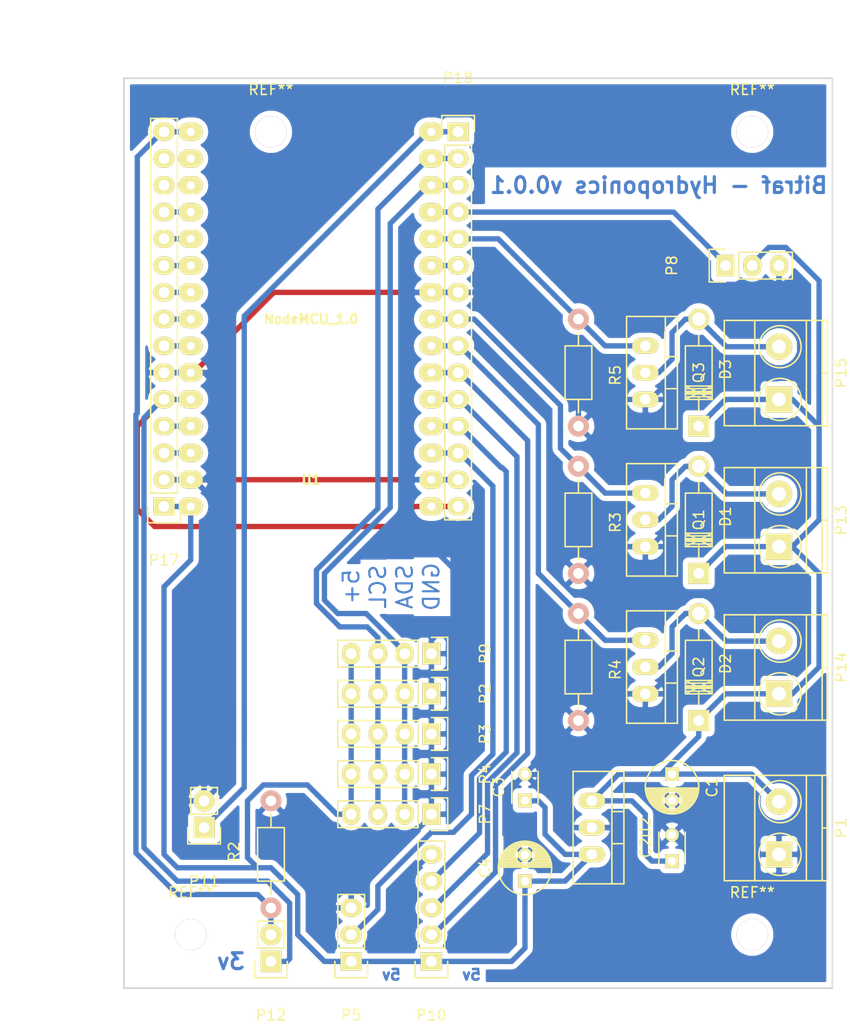
<source format=kicad_pcb>
(kicad_pcb (version 4) (host pcbnew 4.0.7-e2-6376~58~ubuntu16.04.1)
  (layers (0 F.Cu signal) (31 B.Cu signal) (34 B.Paste user) (35 F.Paste user) (36 B.SilkS user) (37 F.SilkS user) (38 B.Mask user) (39 F.Mask user) (44 Edge.Cuts user))
  (net 0 "")
  (net 1 +12V)
  (net 2 GND)
  (net 3 +5V)
  (net 4 "Net-(D1-Pad2)")
  (net 5 "Net-(D2-Pad2)")
  (net 6 "Net-(D3-Pad2)")
  (net 7 /SDA)
  (net 8 /SCL)
  (net 9 /RF_DATA)
  (net 10 /ROT_SW)
  (net 11 /ROT_1)
  (net 12 /ROT_0)
  (net 13 +3V3)
  (net 14 /LDR_PIN)
  (net 15 /MOS_2)
  (net 16 /MOS_1)
  (net 17 /MOS_3)
  (net 18 "Net-(P17-Pad3)")
  (net 19 "Net-(P17-Pad4)")
  (net 20 "Net-(P17-Pad7)")
  (net 21 "Net-(P17-Pad8)")
  (net 22 "Net-(P17-Pad9)")
  (net 23 "Net-(P17-Pad10)")
  (net 24 "Net-(P17-Pad11)")
  (net 25 "Net-(P17-Pad12)")
  (net 26 "Net-(P18-Pad6)")
  (net 27 /BUZZ)
  (net 28 /TEMP_HUM)
  (net 29 "Net-(P17-Pad13)")
  (net 30 "Net-(P17-Pad14)")
  (net 31 "Net-(U1-Pad13)")
  (net 32 "Net-(U1-Pad14)")
  (module NodeMCU:NodeMCU (layer F.Cu) (at 186.69 99.06 270)
    (fp_text reference U1 (at 15.24 0 540) (layer F.SilkS) (effects (font (size 0.889 0.889) (thickness 0.3048))))
    (fp_text value NodeMCU_1.0 (at 0 0 540) (layer F.SilkS) (effects (font (size 0.889 0.889) (thickness 0.3048))))
    (pad 1 thru_hole oval (at 17.78 11.43 270) (size 1.7272 2.3) (drill 0.762) (layers *.Cu *.Mask F.SilkS) (net 3 +5V))
    (pad 2 thru_hole oval (at 15.24 11.43 270) (size 1.7272 2.3) (drill 0.762) (layers *.Cu *.Mask F.SilkS) (net 2 GND))
    (pad 3 thru_hole oval (at 12.7 11.43 270) (size 1.7272 2.3) (drill 0.762) (layers *.Cu *.Mask F.SilkS) (net 18 "Net-(P17-Pad3)"))
    (pad 4 thru_hole oval (at 10.16 11.43 270) (size 1.7272 2.3) (drill 0.762) (layers *.Cu *.Mask F.SilkS) (net 19 "Net-(P17-Pad4)"))
    (pad 5 thru_hole oval (at 7.62 11.43 270) (size 1.7272 2.3) (drill 0.762) (layers *.Cu *.Mask F.SilkS) (net 13 +3V3))
    (pad 6 thru_hole oval (at 5.08 11.43 270) (size 1.7272 2.3) (drill 0.762) (layers *.Cu *.Mask F.SilkS) (net 2 GND))
    (pad 7 thru_hole oval (at 2.54 11.43 270) (size 1.7272 2.3) (drill 0.762) (layers *.Cu *.Mask F.SilkS) (net 20 "Net-(P17-Pad7)"))
    (pad 8 thru_hole oval (at 0 11.43 270) (size 1.7272 2.3) (drill 0.762) (layers *.Cu *.Mask F.SilkS) (net 21 "Net-(P17-Pad8)"))
    (pad 9 thru_hole oval (at -2.54 11.43 270) (size 1.7272 2.3) (drill 0.762) (layers *.Cu *.Mask F.SilkS) (net 22 "Net-(P17-Pad9)"))
    (pad 10 thru_hole oval (at -5.08 11.43 270) (size 1.7272 2.3) (drill 0.762) (layers *.Cu *.Mask F.SilkS) (net 23 "Net-(P17-Pad10)"))
    (pad 11 thru_hole oval (at -7.62 11.43 270) (size 1.7272 2.3) (drill 0.762) (layers *.Cu *.Mask F.SilkS) (net 24 "Net-(P17-Pad11)"))
    (pad 12 thru_hole oval (at -10.16 11.43 270) (size 1.7272 2.3) (drill 0.762) (layers *.Cu *.Mask F.SilkS) (net 25 "Net-(P17-Pad12)"))
    (pad 13 thru_hole oval (at -12.7 11.43 270) (size 1.7272 2.3) (drill 0.762) (layers *.Cu *.Mask F.SilkS) (net 31 "Net-(U1-Pad13)"))
    (pad 14 thru_hole oval (at -15.24 11.43 270) (size 1.7272 2.3) (drill 0.762) (layers *.Cu *.Mask F.SilkS) (net 32 "Net-(U1-Pad14)"))
    (pad 15 thru_hole oval (at -17.78 11.43 270) (size 1.7272 2.3) (drill 0.762) (layers *.Cu *.Mask F.SilkS) (net 14 /LDR_PIN))
    (pad 16 thru_hole oval (at -17.78 -11.43 270) (size 1.7272 2.3) (drill 0.762) (layers *.Cu *.Mask F.SilkS) (net 27 /BUZZ))
    (pad 17 thru_hole oval (at -15.24 -11.43 270) (size 1.7272 2.3) (drill 0.762) (layers *.Cu *.Mask F.SilkS) (net 8 /SCL))
    (pad 18 thru_hole oval (at -12.7 -11.43 270) (size 1.7272 2.3) (drill 0.762) (layers *.Cu *.Mask F.SilkS) (net 7 /SDA))
    (pad 19 thru_hole oval (at -10.16 -11.43 270) (size 1.7272 2.3) (drill 0.762) (layers *.Cu *.Mask F.SilkS) (net 9 /RF_DATA))
    (pad 20 thru_hole oval (at -7.62 -11.43 270) (size 1.7272 2.3) (drill 0.762) (layers *.Cu *.Mask F.SilkS) (net 17 /MOS_3))
    (pad 21 thru_hole oval (at -5.08 -11.43 270) (size 1.7272 2.3) (drill 0.762) (layers *.Cu *.Mask F.SilkS) (net 26 "Net-(P18-Pad6)"))
    (pad 22 thru_hole oval (at -2.54 -11.43 270) (size 1.7272 2.3) (drill 0.762) (layers *.Cu *.Mask F.SilkS) (net 2 GND))
    (pad 23 thru_hole oval (at 0 -11.43 270) (size 1.7272 2.3) (drill 0.762) (layers *.Cu *.Mask F.SilkS) (net 15 /MOS_2))
    (pad 24 thru_hole oval (at 2.54 -11.43 270) (size 1.7272 2.3) (drill 0.762) (layers *.Cu *.Mask F.SilkS) (net 16 /MOS_1))
    (pad 25 thru_hole oval (at 5.08 -11.43 270) (size 1.7272 2.3) (drill 0.762) (layers *.Cu *.Mask F.SilkS) (net 10 /ROT_SW))
    (pad 26 thru_hole oval (at 7.62 -11.43 270) (size 1.7272 2.3) (drill 0.762) (layers *.Cu *.Mask F.SilkS) (net 11 /ROT_1))
    (pad 27 thru_hole oval (at 10.16 -11.43 270) (size 1.7272 2.3) (drill 0.762) (layers *.Cu *.Mask F.SilkS) (net 12 /ROT_0))
    (pad 28 thru_hole oval (at 12.7 -11.43 270) (size 1.7272 2.3) (drill 0.762) (layers *.Cu *.Mask F.SilkS) (net 28 /TEMP_HUM))
    (pad 29 thru_hole oval (at 15.24 -11.43 270) (size 1.7272 2.3) (drill 0.762) (layers *.Cu *.Mask F.SilkS) (net 2 GND))
    (pad 30 thru_hole oval (at 17.78 -11.43 270) (size 1.7272 2.3) (drill 0.762) (layers *.Cu *.Mask F.SilkS) (net 13 +3V3))
  )
  (module Pin_Headers:Pin_Header_Straight_1x02 (layer F.Cu) (at 176.53 147.32 180)
    (fp_text reference P11 (at 0 -5.1 180) (layer F.SilkS))
    (fp_text value BUZZ)
    (pad 1 thru_hole rect (at 0 0 180) (size 2.032 2.032) (drill 1.016) (layers *.Cu *.Mask F.SilkS) (net 27 /BUZZ))
    (pad 2 thru_hole oval (at 0 2.54 180) (size 2.032 2.032) (drill 1.016) (layers *.Cu *.Mask F.SilkS) (net 2 GND))
  )
  (module Capacitors_ThroughHole:C_Radial_D5_L6_P2.5 (layer F.Cu) (at 220.98 142.24 270)
    (fp_text reference C1 (at 1.25 -3.8 270) (layer F.SilkS))
    (fp_text value CP)
    (pad 1 thru_hole rect (at 0 0 270) (size 1.3 1.3) (drill 0.8) (layers *.Cu *.Mask F.SilkS) (net 1 +12V))
    (pad 2 thru_hole circle (at 2.5 0 270) (size 1.3 1.3) (drill 0.8) (layers *.Cu *.Mask F.SilkS) (net 2 GND))
  )
  (module Capacitors_ThroughHole:C_Radial_D5_L6_P2.5 (layer F.Cu) (at 207.01 152.4 90)
    (fp_text reference C4 (at 1.25 -3.8 90) (layer F.SilkS))
    (fp_text value CP)
    (pad 1 thru_hole rect (at 0 0 90) (size 1.3 1.3) (drill 0.8) (layers *.Cu *.Mask F.SilkS) (net 3 +5V))
    (pad 2 thru_hole circle (at 2.5 0 90) (size 1.3 1.3) (drill 0.8) (layers *.Cu *.Mask F.SilkS) (net 2 GND))
  )
  (module Diodes_ThroughHole:Diode_DO-41_SOD81_Horizontal_RM10 (layer F.Cu) (at 223.52 123.19 90)
    (fp_text reference D1 (at 5.38734 2.53746 90) (layer F.SilkS))
    (fp_text value D)
    (pad 2 thru_hole circle (at 10.16 -0.00254 270) (size 1.99898 1.99898) (drill 1.27) (layers *.Cu *.Mask F.SilkS) (net 4 "Net-(D1-Pad2)"))
    (pad 1 thru_hole rect (at 0 -0.00254 270) (size 1.99898 1.99898) (drill 1.00076) (layers *.Cu *.Mask F.SilkS) (net 1 +12V))
  )
  (module Diodes_ThroughHole:Diode_DO-41_SOD81_Horizontal_RM10 (layer F.Cu) (at 223.52 137.16 90)
    (fp_text reference D2 (at 5.38734 2.53746 90) (layer F.SilkS))
    (fp_text value D)
    (pad 2 thru_hole circle (at 10.16 -0.00254 270) (size 1.99898 1.99898) (drill 1.27) (layers *.Cu *.Mask F.SilkS) (net 5 "Net-(D2-Pad2)"))
    (pad 1 thru_hole rect (at 0 -0.00254 270) (size 1.99898 1.99898) (drill 1.00076) (layers *.Cu *.Mask F.SilkS) (net 1 +12V))
  )
  (module Diodes_ThroughHole:Diode_DO-41_SOD81_Horizontal_RM10 (layer F.Cu) (at 223.52 109.22 90)
    (fp_text reference D3 (at 5.38734 2.53746 90) (layer F.SilkS))
    (fp_text value D)
    (pad 2 thru_hole circle (at 10.16 -0.00254 270) (size 1.99898 1.99898) (drill 1.27) (layers *.Cu *.Mask F.SilkS) (net 6 "Net-(D3-Pad2)"))
    (pad 1 thru_hole rect (at 0 -0.00254 270) (size 1.99898 1.99898) (drill 1.00076) (layers *.Cu *.Mask F.SilkS) (net 1 +12V))
  )
  (module Terminal_Blocks:TerminalBlock_Pheonix_MKDS1.5-2pol (layer F.Cu) (at 231.14 149.86 90)
    (fp_text reference P1 (at 2.5 5.9 90) (layer F.SilkS))
    (fp_text value 12V_PWR)
    (pad 1 thru_hole rect (at 0 0 90) (size 2.5 2.5) (drill 1.3) (layers *.Cu *.Mask F.SilkS) (net 2 GND))
    (pad 2 thru_hole circle (at 5 0 90) (size 2.5 2.5) (drill 1.3) (layers *.Cu *.Mask F.SilkS) (net 1 +12V))
  )
  (module Pin_Headers:Pin_Header_Straight_1x04 (layer F.Cu) (at 198.12 134.62 270)
    (fp_text reference P2 (at 0 -5.1 270) (layer F.SilkS))
    (fp_text value I2C_1)
    (pad 1 thru_hole rect (at 0 0 270) (size 2.032 1.7272) (drill 1.016) (layers *.Cu *.Mask F.SilkS) (net 2 GND))
    (pad 2 thru_hole oval (at 0 2.54 270) (size 2.032 1.7272) (drill 1.016) (layers *.Cu *.Mask F.SilkS) (net 7 /SDA))
    (pad 3 thru_hole oval (at 0 5.08 270) (size 2.032 1.7272) (drill 1.016) (layers *.Cu *.Mask F.SilkS) (net 8 /SCL))
    (pad 4 thru_hole oval (at 0 7.62 270) (size 2.032 1.7272) (drill 1.016) (layers *.Cu *.Mask F.SilkS) (net 3 +5V))
  )
  (module Pin_Headers:Pin_Header_Straight_1x04 (layer F.Cu) (at 198.12 138.43 270)
    (fp_text reference P3 (at 0 -5.1 270) (layer F.SilkS))
    (fp_text value I2C_2)
    (pad 1 thru_hole rect (at 0 0 270) (size 2.032 1.7272) (drill 1.016) (layers *.Cu *.Mask F.SilkS) (net 2 GND))
    (pad 2 thru_hole oval (at 0 2.54 270) (size 2.032 1.7272) (drill 1.016) (layers *.Cu *.Mask F.SilkS) (net 7 /SDA))
    (pad 3 thru_hole oval (at 0 5.08 270) (size 2.032 1.7272) (drill 1.016) (layers *.Cu *.Mask F.SilkS) (net 8 /SCL))
    (pad 4 thru_hole oval (at 0 7.62 270) (size 2.032 1.7272) (drill 1.016) (layers *.Cu *.Mask F.SilkS) (net 3 +5V))
  )
  (module Pin_Headers:Pin_Header_Straight_1x04 (layer F.Cu) (at 198.12 142.24 270)
    (fp_text reference P4 (at 0 -5.1 270) (layer F.SilkS))
    (fp_text value I2C_3)
    (pad 1 thru_hole rect (at 0 0 270) (size 2.032 1.7272) (drill 1.016) (layers *.Cu *.Mask F.SilkS) (net 2 GND))
    (pad 2 thru_hole oval (at 0 2.54 270) (size 2.032 1.7272) (drill 1.016) (layers *.Cu *.Mask F.SilkS) (net 7 /SDA))
    (pad 3 thru_hole oval (at 0 5.08 270) (size 2.032 1.7272) (drill 1.016) (layers *.Cu *.Mask F.SilkS) (net 8 /SCL))
    (pad 4 thru_hole oval (at 0 7.62 270) (size 2.032 1.7272) (drill 1.016) (layers *.Cu *.Mask F.SilkS) (net 3 +5V))
  )
  (module Pin_Headers:Pin_Header_Straight_1x03 (layer F.Cu) (at 190.5 160.02 180)
    (fp_text reference P5 (at 0 -5.1 180) (layer F.SilkS))
    (fp_text value TEMP_HUM)
    (pad 1 thru_hole rect (at 0 0 180) (size 2.032 1.7272) (drill 1.016) (layers *.Cu *.Mask F.SilkS) (net 3 +5V))
    (pad 2 thru_hole oval (at 0 2.54 180) (size 2.032 1.7272) (drill 1.016) (layers *.Cu *.Mask F.SilkS) (net 28 /TEMP_HUM))
    (pad 3 thru_hole oval (at 0 5.08 180) (size 2.032 1.7272) (drill 1.016) (layers *.Cu *.Mask F.SilkS) (net 2 GND))
  )
  (module Pin_Headers:Pin_Header_Straight_1x04 (layer F.Cu) (at 198.12 146.05 270)
    (fp_text reference P7 (at 0 -5.1 270) (layer F.SilkS))
    (fp_text value I2C_4)
    (pad 1 thru_hole rect (at 0 0 270) (size 2.032 1.7272) (drill 1.016) (layers *.Cu *.Mask F.SilkS) (net 2 GND))
    (pad 2 thru_hole oval (at 0 2.54 270) (size 2.032 1.7272) (drill 1.016) (layers *.Cu *.Mask F.SilkS) (net 7 /SDA))
    (pad 3 thru_hole oval (at 0 5.08 270) (size 2.032 1.7272) (drill 1.016) (layers *.Cu *.Mask F.SilkS) (net 8 /SCL))
    (pad 4 thru_hole oval (at 0 7.62 270) (size 2.032 1.7272) (drill 1.016) (layers *.Cu *.Mask F.SilkS) (net 3 +5V))
  )
  (module Pin_Headers:Pin_Header_Straight_1x03 (layer F.Cu) (at 226.06 93.98 90)
    (fp_text reference P8 (at 0 -5.1 90) (layer F.SilkS))
    (fp_text value Radio_433)
    (pad 1 thru_hole rect (at 0 0 90) (size 2.032 1.7272) (drill 1.016) (layers *.Cu *.Mask F.SilkS) (net 9 /RF_DATA))
    (pad 2 thru_hole oval (at 0 2.54 90) (size 2.032 1.7272) (drill 1.016) (layers *.Cu *.Mask F.SilkS) (net 1 +12V))
    (pad 3 thru_hole oval (at 0 5.08 90) (size 2.032 1.7272) (drill 1.016) (layers *.Cu *.Mask F.SilkS) (net 2 GND))
  )
  (module Pin_Headers:Pin_Header_Straight_1x04 (layer F.Cu) (at 198.12 130.81 270)
    (fp_text reference P9 (at 0 -5.1 270) (layer F.SilkS))
    (fp_text value LCD)
    (pad 1 thru_hole rect (at 0 0 270) (size 2.032 1.7272) (drill 1.016) (layers *.Cu *.Mask F.SilkS) (net 2 GND))
    (pad 2 thru_hole oval (at 0 2.54 270) (size 2.032 1.7272) (drill 1.016) (layers *.Cu *.Mask F.SilkS) (net 7 /SDA))
    (pad 3 thru_hole oval (at 0 5.08 270) (size 2.032 1.7272) (drill 1.016) (layers *.Cu *.Mask F.SilkS) (net 8 /SCL))
    (pad 4 thru_hole oval (at 0 7.62 270) (size 2.032 1.7272) (drill 1.016) (layers *.Cu *.Mask F.SilkS) (net 3 +5V))
  )
  (module Pin_Headers:Pin_Header_Straight_1x05 (layer F.Cu) (at 198.12 160.02 180)
    (fp_text reference P10 (at 0 -5.1 180) (layer F.SilkS))
    (fp_text value ROT_BTN)
    (pad 1 thru_hole rect (at 0 0 180) (size 2.032 1.7272) (drill 1.016) (layers *.Cu *.Mask F.SilkS) (net 3 +5V))
    (pad 2 thru_hole oval (at 0 2.54 180) (size 2.032 1.7272) (drill 1.016) (layers *.Cu *.Mask F.SilkS) (net 10 /ROT_SW))
    (pad 3 thru_hole oval (at 0 5.08 180) (size 2.032 1.7272) (drill 1.016) (layers *.Cu *.Mask F.SilkS) (net 11 /ROT_1))
    (pad 4 thru_hole oval (at 0 7.62 180) (size 2.032 1.7272) (drill 1.016) (layers *.Cu *.Mask F.SilkS) (net 12 /ROT_0))
    (pad 5 thru_hole oval (at 0 10.16 180) (size 2.032 1.7272) (drill 1.016) (layers *.Cu *.Mask F.SilkS) (net 2 GND))
  )
  (module Pin_Headers:Pin_Header_Straight_1x02 (layer F.Cu) (at 182.88 160.02 180)
    (fp_text reference P12 (at 0 -5.1 180) (layer F.SilkS))
    (fp_text value LDR)
    (pad 1 thru_hole rect (at 0 0 180) (size 2.032 2.032) (drill 1.016) (layers *.Cu *.Mask F.SilkS) (net 13 +3V3))
    (pad 2 thru_hole oval (at 0 2.54 180) (size 2.032 2.032) (drill 1.016) (layers *.Cu *.Mask F.SilkS) (net 14 /LDR_PIN))
  )
  (module TO_SOT_Packages_THT:TO-220_Neutral123_Vertical (layer F.Cu) (at 218.44 118.11 270)
    (fp_text reference Q1 (at 0 -5.08 270) (layer F.SilkS))
    (fp_text value Q_NMOS_GDS)
    (pad 2 thru_hole oval (at 0 0) (size 2.49936 1.50114) (drill 1.00076) (layers *.Cu *.Mask F.SilkS) (net 4 "Net-(D1-Pad2)"))
    (pad 1 thru_hole oval (at -2.54 0) (size 2.49936 1.50114) (drill 1.00076) (layers *.Cu *.Mask F.SilkS) (net 15 /MOS_2))
    (pad 3 thru_hole oval (at 2.54 0) (size 2.49936 1.50114) (drill 1.00076) (layers *.Cu *.Mask F.SilkS) (net 2 GND))
  )
  (module TO_SOT_Packages_THT:TO-220_Neutral123_Vertical (layer F.Cu) (at 218.44 132.08 270)
    (fp_text reference Q2 (at 0 -5.08 270) (layer F.SilkS))
    (fp_text value Q_NMOS_GDS)
    (pad 2 thru_hole oval (at 0 0) (size 2.49936 1.50114) (drill 1.00076) (layers *.Cu *.Mask F.SilkS) (net 5 "Net-(D2-Pad2)"))
    (pad 1 thru_hole oval (at -2.54 0) (size 2.49936 1.50114) (drill 1.00076) (layers *.Cu *.Mask F.SilkS) (net 16 /MOS_1))
    (pad 3 thru_hole oval (at 2.54 0) (size 2.49936 1.50114) (drill 1.00076) (layers *.Cu *.Mask F.SilkS) (net 2 GND))
  )
  (module TO_SOT_Packages_THT:TO-220_Neutral123_Vertical (layer F.Cu) (at 218.44 104.14 270)
    (fp_text reference Q3 (at 0 -5.08 270) (layer F.SilkS))
    (fp_text value Q_NMOS_GDS)
    (pad 2 thru_hole oval (at 0 0) (size 2.49936 1.50114) (drill 1.00076) (layers *.Cu *.Mask F.SilkS) (net 6 "Net-(D3-Pad2)"))
    (pad 1 thru_hole oval (at -2.54 0) (size 2.49936 1.50114) (drill 1.00076) (layers *.Cu *.Mask F.SilkS) (net 17 /MOS_3))
    (pad 3 thru_hole oval (at 2.54 0) (size 2.49936 1.50114) (drill 1.00076) (layers *.Cu *.Mask F.SilkS) (net 2 GND))
  )
  (module Resistors_ThroughHole:Resistor_Horizontal_RM10mm (layer F.Cu) (at 182.88 154.94 90)
    (fp_text reference R2 (at 5.32892 -3.50012 90) (layer F.SilkS))
    (fp_text value R)
    (pad 1 thru_hole circle (at 0 0 90) (size 1.99898 1.99898) (drill 1.00076) (layers *.Cu *.SilkS *.Mask) (net 14 /LDR_PIN))
    (pad 2 thru_hole circle (at 10.16 0 90) (size 1.99898 1.99898) (drill 1.00076) (layers *.Cu *.SilkS *.Mask) (net 2 GND))
  )
  (module Resistors_ThroughHole:Resistor_Horizontal_RM10mm (layer F.Cu) (at 212.09 113.03 270)
    (fp_text reference R3 (at 5.32892 -3.50012 270) (layer F.SilkS))
    (fp_text value 10k)
    (pad 1 thru_hole circle (at 0 0 270) (size 1.99898 1.99898) (drill 1.00076) (layers *.Cu *.SilkS *.Mask) (net 15 /MOS_2))
    (pad 2 thru_hole circle (at 10.16 0 270) (size 1.99898 1.99898) (drill 1.00076) (layers *.Cu *.SilkS *.Mask) (net 2 GND))
  )
  (module Resistors_ThroughHole:Resistor_Horizontal_RM10mm (layer F.Cu) (at 212.09 127 270)
    (fp_text reference R4 (at 5.32892 -3.50012 270) (layer F.SilkS))
    (fp_text value 10k)
    (pad 1 thru_hole circle (at 0 0 270) (size 1.99898 1.99898) (drill 1.00076) (layers *.Cu *.SilkS *.Mask) (net 16 /MOS_1))
    (pad 2 thru_hole circle (at 10.16 0 270) (size 1.99898 1.99898) (drill 1.00076) (layers *.Cu *.SilkS *.Mask) (net 2 GND))
  )
  (module Resistors_ThroughHole:Resistor_Horizontal_RM10mm (layer F.Cu) (at 212.09 99.06 270)
    (fp_text reference R5 (at 5.32892 -3.50012 270) (layer F.SilkS))
    (fp_text value 10k)
    (pad 1 thru_hole circle (at 0 0 270) (size 1.99898 1.99898) (drill 1.00076) (layers *.Cu *.SilkS *.Mask) (net 17 /MOS_3))
    (pad 2 thru_hole circle (at 10.16 0 270) (size 1.99898 1.99898) (drill 1.00076) (layers *.Cu *.SilkS *.Mask) (net 2 GND))
  )
  (module Terminal_Blocks:TerminalBlock_Pheonix_MKDS1.5-2pol (layer F.Cu) (at 231.14 120.65 90)
    (fp_text reference P13 (at 2.5 5.9 90) (layer F.SilkS))
    (fp_text value MOS_OUT_2)
    (pad 1 thru_hole rect (at 0 0 90) (size 2.5 2.5) (drill 1.3) (layers *.Cu *.Mask F.SilkS) (net 1 +12V))
    (pad 2 thru_hole circle (at 5 0 90) (size 2.5 2.5) (drill 1.3) (layers *.Cu *.Mask F.SilkS) (net 4 "Net-(D1-Pad2)"))
  )
  (module Terminal_Blocks:TerminalBlock_Pheonix_MKDS1.5-2pol (layer F.Cu) (at 231.14 134.62 90)
    (fp_text reference P14 (at 2.5 5.9 90) (layer F.SilkS))
    (fp_text value MOS_OUT_1)
    (pad 1 thru_hole rect (at 0 0 90) (size 2.5 2.5) (drill 1.3) (layers *.Cu *.Mask F.SilkS) (net 1 +12V))
    (pad 2 thru_hole circle (at 5 0 90) (size 2.5 2.5) (drill 1.3) (layers *.Cu *.Mask F.SilkS) (net 5 "Net-(D2-Pad2)"))
  )
  (module Terminal_Blocks:TerminalBlock_Pheonix_MKDS1.5-2pol (layer F.Cu) (at 231.14 106.68 90)
    (fp_text reference P15 (at 2.5 5.9 90) (layer F.SilkS))
    (fp_text value MOS_OUT_3)
    (pad 1 thru_hole rect (at 0 0 90) (size 2.5 2.5) (drill 1.3) (layers *.Cu *.Mask F.SilkS) (net 1 +12V))
    (pad 2 thru_hole circle (at 5 0 90) (size 2.5 2.5) (drill 1.3) (layers *.Cu *.Mask F.SilkS) (net 6 "Net-(D3-Pad2)"))
  )
  (module TO_SOT_Packages_THT:TO-220_Neutral123_Vertical (layer F.Cu) (at 213.36 147.32 270)
    (fp_text reference U2 (at 0 -5.08 270) (layer F.SilkS))
    (fp_text value 5v_LDO)
    (pad 2 thru_hole oval (at 0 0) (size 2.49936 1.50114) (drill 1.00076) (layers *.Cu *.Mask F.SilkS) (net 2 GND))
    (pad 1 thru_hole oval (at -2.54 0) (size 2.49936 1.50114) (drill 1.00076) (layers *.Cu *.Mask F.SilkS) (net 1 +12V))
    (pad 3 thru_hole oval (at 2.54 0) (size 2.49936 1.50114) (drill 1.00076) (layers *.Cu *.Mask F.SilkS) (net 3 +5V))
  )
  (module Capacitors_ThroughHole:C_Disc_D3_P2.5 (layer F.Cu) (at 220.98 150.495 90)
    (fp_text reference C2 (at 1.25 -2.5 90) (layer F.SilkS))
    (fp_text value C)
    (pad 1 thru_hole rect (at 0 0 90) (size 1.3 1.3) (drill 0.8) (layers *.Cu *.Mask F.SilkS) (net 1 +12V))
    (pad 2 thru_hole circle (at 2.5 0 90) (size 1.3 1.3) (drill 0.8001) (layers *.Cu *.Mask F.SilkS) (net 2 GND))
  )
  (module Capacitors_ThroughHole:C_Disc_D3_P2.5 (layer F.Cu) (at 207.01 144.74 90)
    (fp_text reference C3 (at 1.25 -2.5 90) (layer F.SilkS))
    (fp_text value C)
    (pad 1 thru_hole rect (at 0 0 90) (size 1.3 1.3) (drill 0.8) (layers *.Cu *.Mask F.SilkS) (net 3 +5V))
    (pad 2 thru_hole circle (at 2.5 0 90) (size 1.3 1.3) (drill 0.8001) (layers *.Cu *.Mask F.SilkS) (net 2 GND))
  )
  (module Pin_Headers:Pin_Header_Straight_1x15 (layer F.Cu) (at 172.72 116.84 180)
    (fp_text reference P17 (at 0 -5.1 180) (layer F.SilkS))
    (fp_text value BREAKOUT_1-15)
    (pad 1 thru_hole rect (at 0 0 180) (size 2.032 1.7272) (drill 1.016) (layers *.Cu *.Mask F.SilkS) (net 3 +5V))
    (pad 2 thru_hole oval (at 0 2.54 180) (size 2.032 1.7272) (drill 1.016) (layers *.Cu *.Mask F.SilkS) (net 2 GND))
    (pad 3 thru_hole oval (at 0 5.08 180) (size 2.032 1.7272) (drill 1.016) (layers *.Cu *.Mask F.SilkS) (net 18 "Net-(P17-Pad3)"))
    (pad 4 thru_hole oval (at 0 7.62 180) (size 2.032 1.7272) (drill 1.016) (layers *.Cu *.Mask F.SilkS) (net 19 "Net-(P17-Pad4)"))
    (pad 5 thru_hole oval (at 0 10.16 180) (size 2.032 1.7272) (drill 1.016) (layers *.Cu *.Mask F.SilkS) (net 13 +3V3))
    (pad 6 thru_hole oval (at 0 12.7 180) (size 2.032 1.7272) (drill 1.016) (layers *.Cu *.Mask F.SilkS) (net 2 GND))
    (pad 7 thru_hole oval (at 0 15.24 180) (size 2.032 1.7272) (drill 1.016) (layers *.Cu *.Mask F.SilkS) (net 20 "Net-(P17-Pad7)"))
    (pad 8 thru_hole oval (at 0 17.78 180) (size 2.032 1.7272) (drill 1.016) (layers *.Cu *.Mask F.SilkS) (net 21 "Net-(P17-Pad8)"))
    (pad 9 thru_hole oval (at 0 20.32 180) (size 2.032 1.7272) (drill 1.016) (layers *.Cu *.Mask F.SilkS) (net 22 "Net-(P17-Pad9)"))
    (pad 10 thru_hole oval (at 0 22.86 180) (size 2.032 1.7272) (drill 1.016) (layers *.Cu *.Mask F.SilkS) (net 23 "Net-(P17-Pad10)"))
    (pad 11 thru_hole oval (at 0 25.4 180) (size 2.032 1.7272) (drill 1.016) (layers *.Cu *.Mask F.SilkS) (net 24 "Net-(P17-Pad11)"))
    (pad 12 thru_hole oval (at 0 27.94 180) (size 2.032 1.7272) (drill 1.016) (layers *.Cu *.Mask F.SilkS) (net 25 "Net-(P17-Pad12)"))
    (pad 13 thru_hole oval (at 0 30.48 180) (size 2.032 1.7272) (drill 1.016) (layers *.Cu *.Mask F.SilkS) (net 29 "Net-(P17-Pad13)"))
    (pad 14 thru_hole oval (at 0 33.02 180) (size 2.032 1.7272) (drill 1.016) (layers *.Cu *.Mask F.SilkS) (net 30 "Net-(P17-Pad14)"))
    (pad 15 thru_hole oval (at 0 35.56 180) (size 2.032 1.7272) (drill 1.016) (layers *.Cu *.Mask F.SilkS) (net 14 /LDR_PIN))
  )
  (module Pin_Headers:Pin_Header_Straight_1x15 (layer F.Cu) (at 200.66 81.28)
    (fp_text reference P18 (at 0 -5.1) (layer F.SilkS))
    (fp_text value BREAKOUT_16-30)
    (pad 1 thru_hole rect (at 0 0) (size 2.032 1.7272) (drill 1.016) (layers *.Cu *.Mask F.SilkS) (net 27 /BUZZ))
    (pad 2 thru_hole oval (at 0 2.54) (size 2.032 1.7272) (drill 1.016) (layers *.Cu *.Mask F.SilkS) (net 8 /SCL))
    (pad 3 thru_hole oval (at 0 5.08) (size 2.032 1.7272) (drill 1.016) (layers *.Cu *.Mask F.SilkS) (net 7 /SDA))
    (pad 4 thru_hole oval (at 0 7.62) (size 2.032 1.7272) (drill 1.016) (layers *.Cu *.Mask F.SilkS) (net 9 /RF_DATA))
    (pad 5 thru_hole oval (at 0 10.16) (size 2.032 1.7272) (drill 1.016) (layers *.Cu *.Mask F.SilkS) (net 17 /MOS_3))
    (pad 6 thru_hole oval (at 0 12.7) (size 2.032 1.7272) (drill 1.016) (layers *.Cu *.Mask F.SilkS) (net 26 "Net-(P18-Pad6)"))
    (pad 7 thru_hole oval (at 0 15.24) (size 2.032 1.7272) (drill 1.016) (layers *.Cu *.Mask F.SilkS) (net 2 GND))
    (pad 8 thru_hole oval (at 0 17.78) (size 2.032 1.7272) (drill 1.016) (layers *.Cu *.Mask F.SilkS) (net 15 /MOS_2))
    (pad 9 thru_hole oval (at 0 20.32) (size 2.032 1.7272) (drill 1.016) (layers *.Cu *.Mask F.SilkS) (net 16 /MOS_1))
    (pad 10 thru_hole oval (at 0 22.86) (size 2.032 1.7272) (drill 1.016) (layers *.Cu *.Mask F.SilkS) (net 10 /ROT_SW))
    (pad 11 thru_hole oval (at 0 25.4) (size 2.032 1.7272) (drill 1.016) (layers *.Cu *.Mask F.SilkS) (net 11 /ROT_1))
    (pad 12 thru_hole oval (at 0 27.94) (size 2.032 1.7272) (drill 1.016) (layers *.Cu *.Mask F.SilkS) (net 12 /ROT_0))
    (pad 13 thru_hole oval (at 0 30.48) (size 2.032 1.7272) (drill 1.016) (layers *.Cu *.Mask F.SilkS) (net 28 /TEMP_HUM))
    (pad 14 thru_hole oval (at 0 33.02) (size 2.032 1.7272) (drill 1.016) (layers *.Cu *.Mask F.SilkS) (net 2 GND))
    (pad 15 thru_hole oval (at 0 35.56) (size 2.032 1.7272) (drill 1.016) (layers *.Cu *.Mask F.SilkS) (net 13 +3V3))
  )
  (module Mounting_Holes:MountingHole_3mm (layer F.Cu) (at 228.6 81.28)
    (fp_text reference REF** (at 0 -4.0005) (layer F.SilkS))
    (fp_text value MountingHole_3mm)
    (pad 1 thru_hole circle (at 0 0) (size 3 3) (drill 3) (layers))
  )
  (module Mounting_Holes:MountingHole_3mm (layer F.Cu) (at 182.88 81.28)
    (fp_text reference REF** (at 0 -4.0005) (layer F.SilkS))
    (fp_text value MountingHole_3mm)
    (pad 1 thru_hole circle (at 0 0) (size 3 3) (drill 3) (layers))
  )
  (module Mounting_Holes:MountingHole_3mm (layer F.Cu) (at 175.26 157.48)
    (fp_text reference REF** (at 0 -4.0005) (layer F.SilkS))
    (fp_text value MountingHole_3mm)
    (pad 1 thru_hole circle (at 0 0) (size 3 3) (drill 3) (layers))
  )
  (module Mounting_Holes:MountingHole_3mm (layer F.Cu) (at 228.6 157.48)
    (fp_text reference REF** (at 0 -4.0005) (layer F.SilkS))
    (fp_text value MountingHole_3mm)
    (pad 1 thru_hole circle (at 0 0) (size 3 3) (drill 3) (layers))
  )
  (gr_text 3v (at 179.07 160.02) (layer B.Cu) (effects (font (size 1.5 1.5) (thickness 0.3)) (justify mirror)))
  (gr_text 5v (at 201.93 161.29) (layer B.Cu) (effects (font (size 1 1) (thickness 0.25)) (justify mirror)))
  (gr_text 5v (at 194.31 161.29) (layer B.Cu) (effects (font (size 1 1) (thickness 0.25)) (justify mirror)))
  (gr_text GND (at 198.12 124.46 90) (layer B.Cu) (effects (font (size 1.5 1.5) (thickness 0.2)) (justify mirror)))
  (gr_text SDA (at 195.58 124.46 90) (layer B.Cu) (effects (font (size 1.5 1.5) (thickness 0.2)) (justify mirror)))
  (gr_text SCL (at 193.04 124.46 90) (layer B.Cu) (effects (font (size 1.5 1.5) (thickness 0.2)) (justify mirror)))
  (gr_text 5+ (at 190.5 124.46 90) (layer B.Cu) (effects (font (size 1.5 1.5) (thickness 0.2)) (justify mirror)))
  (gr_line (start 168.91 162.56) (end 168.91 76.2) (angle 90) (layer Edge.Cuts) (width 0.15))
  (gr_line (start 236.22 162.56) (end 168.91 162.56) (angle 90) (layer Edge.Cuts) (width 0.15))
  (gr_line (start 236.22 76.2) (end 236.22 162.56) (angle 90) (layer Edge.Cuts) (width 0.15))
  (gr_line (start 168.91 76.2) (end 236.22 76.2) (angle 90) (layer Edge.Cuts) (width 0.15))
  (gr_text "Bitraf - Hydroponics v0.0.1" (at 219.71 86.36) (layer B.Cu) (effects (font (size 1.5 1.5) (thickness 0.3)) (justify mirror)))
  (segment (start 223.51746 137.16) (end 223.51746 138.66749) (width 0.508) (layer B.Cu) (net 1))
  (segment (start 223.51746 138.66749) (end 219.94495 142.24) (width 0.508) (layer B.Cu) (net 1))
  (segment (start 219.94495 142.24) (end 215.9 142.24) (width 0.508) (layer B.Cu) (net 1))
  (segment (start 228.6 93.98) (end 228.6 93.8276) (width 0.508) (layer B.Cu) (net 1))
  (segment (start 228.6 93.8276) (end 230.17481 92.25279) (width 0.508) (layer B.Cu) (net 1))
  (segment (start 230.17481 92.25279) (end 231.792307 92.25279) (width 0.508) (layer B.Cu) (net 1))
  (segment (start 231.792307 92.25279) (end 234.95 95.410483) (width 0.508) (layer B.Cu) (net 1))
  (segment (start 234.95 95.410483) (end 234.95 109.22) (width 0.508) (layer B.Cu) (net 1))
  (segment (start 231.14 134.62) (end 232.41 134.62) (width 0.508) (layer B.Cu) (net 1))
  (segment (start 232.41 134.62) (end 234.95 132.08) (width 0.508) (layer B.Cu) (net 1))
  (segment (start 234.95 132.08) (end 234.95 123.19) (width 0.508) (layer B.Cu) (net 1))
  (segment (start 232.41 120.65) (end 234.95 118.11) (width 0.508) (layer B.Cu) (net 1))
  (segment (start 234.95 118.11) (end 234.95 109.22) (width 0.508) (layer B.Cu) (net 1))
  (segment (start 220.98 150.495) (end 219.075 150.495) (width 0.508) (layer B.Cu) (net 1))
  (segment (start 217.17 144.78) (end 213.36 144.78) (width 0.508) (layer B.Cu) (net 1))
  (segment (start 218.44 146.05) (end 217.17 144.78) (width 0.508) (layer B.Cu) (net 1))
  (segment (start 218.44 149.86) (end 218.44 146.05) (width 0.508) (layer B.Cu) (net 1))
  (segment (start 219.075 150.495) (end 218.44 149.86) (width 0.508) (layer B.Cu) (net 1))
  (segment (start 223.51746 137.16) (end 223.52 137.16) (width 0.508) (layer B.Cu) (net 1))
  (segment (start 231.14 120.65) (end 232.41 120.65) (width 0.508) (layer B.Cu) (net 1))
  (segment (start 234.95 109.22) (end 232.41 106.68) (width 0.508) (layer B.Cu) (net 1))
  (segment (start 232.41 106.68) (end 231.14 106.68) (width 0.508) (layer B.Cu) (net 1))
  (segment (start 234.95 123.19) (end 232.41 120.65) (width 0.508) (layer B.Cu) (net 1))
  (segment (start 231.14 134.62) (end 226.05746 134.62) (width 0.508) (layer B.Cu) (net 1))
  (segment (start 226.05746 134.62) (end 223.51746 137.16) (width 0.508) (layer B.Cu) (net 1))
  (segment (start 231.14 120.65) (end 226.05746 120.65) (width 0.508) (layer B.Cu) (net 1))
  (segment (start 226.05746 120.65) (end 223.51746 123.19) (width 0.508) (layer B.Cu) (net 1))
  (segment (start 231.14 106.68) (end 226.05746 106.68) (width 0.508) (layer B.Cu) (net 1))
  (segment (start 226.05746 106.68) (end 223.51746 109.22) (width 0.508) (layer B.Cu) (net 1))
  (segment (start 220.98 142.24) (end 228.52 142.24) (width 0.508) (layer B.Cu) (net 1))
  (segment (start 228.52 142.24) (end 231.14 144.86) (width 0.508) (layer B.Cu) (net 1))
  (segment (start 213.36 144.78) (end 215.9 142.24) (width 0.508) (layer B.Cu) (net 1))
  (segment (start 215.9 142.24) (end 220.98 142.24) (width 0.508) (layer B.Cu) (net 1))
  (segment (start 175.5464 114.3) (end 177.8 116.5536) (width 0.508) (layer B.Cu) (net 2))
  (segment (start 177.8 143.51) (end 176.53 144.78) (width 0.508) (layer B.Cu) (net 2))
  (segment (start 177.8 116.5536) (end 177.8 143.51) (width 0.508) (layer B.Cu) (net 2))
  (segment (start 191.77 151.13) (end 190.5 152.4) (width 0.508) (layer B.Cu) (net 2))
  (segment (start 190.5 152.4) (end 190.5 153.5684) (width 0.508) (layer B.Cu) (net 2))
  (segment (start 193.1924 151.13) (end 191.77 151.13) (width 0.508) (layer B.Cu) (net 2))
  (segment (start 198.12 146.2024) (end 193.1924 151.13) (width 0.508) (layer B.Cu) (net 2))
  (segment (start 190.5 153.5684) (end 190.5 154.94) (width 0.508) (layer B.Cu) (net 2))
  (segment (start 198.12 129.54) (end 198.12 130.81) (width 0.508) (layer B.Cu) (net 2))
  (segment (start 200.66 127) (end 198.12 129.54) (width 0.508) (layer B.Cu) (net 2))
  (segment (start 200.66 127) (end 200.66 123.19) (width 0.508) (layer B.Cu) (net 2))
  (segment (start 195.58 118.11) (end 195.58 115.182) (width 0.508) (layer B.Cu) (net 2))
  (segment (start 200.66 123.19) (end 195.58 118.11) (width 0.508) (layer B.Cu) (net 2))
  (segment (start 195.58 115.182) (end 196.462 114.3) (width 0.508) (layer B.Cu) (net 2))
  (segment (start 196.462 114.3) (end 198.12 114.3) (width 0.508) (layer B.Cu) (net 2))
  (segment (start 198.12 134.62) (end 198.12 130.81) (width 0.508) (layer B.Cu) (net 2))
  (segment (start 198.12 138.43) (end 198.12 134.62) (width 0.508) (layer B.Cu) (net 2))
  (segment (start 198.12 138.43) (end 198.12 142.24) (width 0.508) (layer B.Cu) (net 2))
  (segment (start 198.12 146.05) (end 198.12 142.24) (width 0.508) (layer B.Cu) (net 2))
  (segment (start 200.66 114.3) (end 200.8124 114.3) (width 0.508) (layer B.Cu) (net 2))
  (segment (start 198.12 146.2024) (end 198.12 146.05) (width 0.508) (layer B.Cu) (net 2))
  (segment (start 187.96 154.94) (end 187.96 157.48) (width 0.508) (layer B.Cu) (net 2))
  (segment (start 186.69 153.67) (end 187.96 154.94) (width 0.508) (layer B.Cu) (net 2))
  (segment (start 187.96 154.94) (end 190.5 154.94) (width 0.508) (layer B.Cu) (net 2))
  (segment (start 182.88 144.78) (end 186.69 148.59) (width 0.508) (layer B.Cu) (net 2))
  (segment (start 186.69 148.59) (end 186.69 153.67) (width 0.508) (layer B.Cu) (net 2))
  (segment (start 194.31 153.5176) (end 194.31 157.48) (width 0.508) (layer B.Cu) (net 2))
  (segment (start 198.12 149.86) (end 197.9676 149.86) (width 0.508) (layer B.Cu) (net 2))
  (segment (start 193.04 158.75) (end 192.024001 158.75) (width 0.508) (layer B.Cu) (net 2))
  (segment (start 194.31 157.48) (end 193.04 158.75) (width 0.508) (layer B.Cu) (net 2))
  (segment (start 197.9676 149.86) (end 194.31 153.5176) (width 0.508) (layer B.Cu) (net 2))
  (segment (start 190.5 154.94) (end 189.23 154.94) (width 0.508) (layer B.Cu) (net 2))
  (segment (start 187.96 156.21) (end 187.96 157.48) (width 0.508) (layer B.Cu) (net 2))
  (segment (start 187.96 157.48) (end 188.976 158.496) (width 0.508) (layer B.Cu) (net 2))
  (segment (start 192.024001 158.75) (end 189.23 158.75) (width 0.127) (layer B.Cu) (net 2))
  (segment (start 189.23 158.75) (end 188.976 158.496) (width 0.127) (layer B.Cu) (net 2))
  (segment (start 198.12 96.52) (end 183.1664 96.52) (width 0.508) (layer F.Cu) (net 2))
  (segment (start 183.1664 96.52) (end 175.5464 104.14) (width 0.508) (layer F.Cu) (net 2))
  (segment (start 175.5464 104.14) (end 175.26 104.14) (width 0.508) (layer F.Cu) (net 2))
  (segment (start 203.2 96.52) (end 202.184 96.52) (width 0.508) (layer B.Cu) (net 2))
  (segment (start 212.09 109.22) (end 212.09 105.41) (width 0.508) (layer B.Cu) (net 2))
  (segment (start 212.09 105.41) (end 203.2 96.52) (width 0.508) (layer B.Cu) (net 2))
  (segment (start 175.26 114.3) (end 192.405 114.3) (width 0.508) (layer F.Cu) (net 2))
  (segment (start 192.405 114.3) (end 198.12 114.3) (width 0.508) (layer F.Cu) (net 2))
  (segment (start 175.26 104.14) (end 176.53 104.14) (width 0.508) (layer B.Cu) (net 2))
  (segment (start 176.53 114.3) (end 175.26 114.3) (width 0.508) (layer B.Cu) (net 2))
  (segment (start 178.435 112.395) (end 176.53 114.3) (width 0.508) (layer B.Cu) (net 2))
  (segment (start 178.435 106.045) (end 178.435 112.395) (width 0.508) (layer B.Cu) (net 2))
  (segment (start 176.53 104.14) (end 178.435 106.045) (width 0.508) (layer B.Cu) (net 2))
  (segment (start 175.26 114.3) (end 172.72 114.3) (width 0.508) (layer B.Cu) (net 2))
  (segment (start 175.26 114.3) (end 177.8 114.3) (width 0.508) (layer F.Cu) (net 2))
  (segment (start 175.26 114.3) (end 176.918 114.3) (width 0.508) (layer F.Cu) (net 2))
  (segment (start 202.184 96.52) (end 200.66 96.52) (width 0.508) (layer B.Cu) (net 2))
  (segment (start 175.26 114.3) (end 175.5464 114.3) (width 0.508) (layer B.Cu) (net 2))
  (segment (start 175.5464 114.3) (end 177.12121 115.87481) (width 0.508) (layer B.Cu) (net 2))
  (segment (start 212.09 137.16) (end 211.090511 138.159489) (width 0.508) (layer B.Cu) (net 2))
  (segment (start 211.090511 138.159489) (end 211.090511 140.739489) (width 0.508) (layer B.Cu) (net 2))
  (segment (start 211.090511 140.739489) (end 209.55 142.28) (width 0.508) (layer B.Cu) (net 2))
  (segment (start 231.14 93.98) (end 231.14 95.504) (width 0.508) (layer B.Cu) (net 2))
  (segment (start 231.14 95.504) (end 233.101201 97.465201) (width 0.508) (layer B.Cu) (net 2))
  (segment (start 233.101201 97.465201) (end 233.101201 102.621377) (width 0.508) (layer B.Cu) (net 2))
  (segment (start 233.101201 102.621377) (end 231.003779 104.718799) (width 0.508) (layer B.Cu) (net 2))
  (segment (start 231.003779 104.718799) (end 220.900311 104.718799) (width 0.508) (layer B.Cu) (net 2))
  (segment (start 220.900311 104.718799) (end 218.93911 106.68) (width 0.508) (layer B.Cu) (net 2))
  (segment (start 218.93911 106.68) (end 218.44 106.68) (width 0.508) (layer B.Cu) (net 2))
  (segment (start 197.3834 114.3) (end 198.12 114.3) (width 0.508) (layer B.Cu) (net 2))
  (segment (start 172.72 104.14) (end 175.26 104.14) (width 0.508) (layer B.Cu) (net 2))
  (segment (start 198.12 114.3) (end 200.66 114.3) (width 0.508) (layer B.Cu) (net 2))
  (segment (start 198.12 96.52) (end 200.66 96.52) (width 0.508) (layer B.Cu) (net 2))
  (segment (start 218.44 106.68) (end 218.44 107.93857) (width 0.508) (layer B.Cu) (net 2))
  (segment (start 220.900311 118.688799) (end 218.93911 120.65) (width 0.508) (layer B.Cu) (net 2))
  (segment (start 233.68 117.475) (end 232.466201 118.688799) (width 0.508) (layer B.Cu) (net 2))
  (segment (start 232.466201 118.688799) (end 220.900311 118.688799) (width 0.508) (layer B.Cu) (net 2))
  (segment (start 231.334309 111.319309) (end 233.68 113.665) (width 0.508) (layer B.Cu) (net 2))
  (segment (start 233.68 113.665) (end 233.68 117.475) (width 0.508) (layer B.Cu) (net 2))
  (segment (start 221.820739 111.319309) (end 231.334309 111.319309) (width 0.508) (layer B.Cu) (net 2))
  (segment (start 218.44 107.93857) (end 221.820739 111.319309) (width 0.508) (layer B.Cu) (net 2))
  (segment (start 218.93911 120.65) (end 218.44 120.65) (width 0.508) (layer B.Cu) (net 2))
  (segment (start 218.44 120.65) (end 218.44 121.90857) (width 0.508) (layer B.Cu) (net 2))
  (segment (start 218.44 121.90857) (end 221.820739 125.289309) (width 0.508) (layer B.Cu) (net 2))
  (segment (start 221.820739 125.289309) (end 232.604309 125.289309) (width 0.508) (layer B.Cu) (net 2))
  (segment (start 232.604309 125.289309) (end 233.101201 125.786201) (width 0.508) (layer B.Cu) (net 2))
  (segment (start 218.93911 134.62) (end 218.44 134.62) (width 0.508) (layer B.Cu) (net 2))
  (segment (start 233.101201 125.786201) (end 233.101201 131.388799) (width 0.508) (layer B.Cu) (net 2))
  (segment (start 233.101201 131.388799) (end 231.831201 132.658799) (width 0.508) (layer B.Cu) (net 2))
  (segment (start 231.831201 132.658799) (end 220.900311 132.658799) (width 0.508) (layer B.Cu) (net 2))
  (segment (start 220.900311 132.658799) (end 218.93911 134.62) (width 0.508) (layer B.Cu) (net 2))
  (segment (start 207.01 142.28) (end 209.55 142.28) (width 0.508) (layer B.Cu) (net 2))
  (segment (start 209.55 142.28) (end 209.59 142.28) (width 0.508) (layer B.Cu) (net 2))
  (segment (start 211.455 147.32) (end 213.36 147.32) (width 0.508) (layer B.Cu) (net 2))
  (segment (start 210.82 146.685) (end 211.455 147.32) (width 0.508) (layer B.Cu) (net 2))
  (segment (start 210.82 143.51) (end 210.82 146.685) (width 0.508) (layer B.Cu) (net 2))
  (segment (start 209.59 142.28) (end 210.82 143.51) (width 0.508) (layer B.Cu) (net 2))
  (segment (start 207.01 149.9) (end 207.01 149.86) (width 0.508) (layer B.Cu) (net 2))
  (segment (start 207.01 149.86) (end 205.105 147.955) (width 0.508) (layer B.Cu) (net 2))
  (segment (start 205.105 144.185) (end 207.01 142.28) (width 0.508) (layer B.Cu) (net 2))
  (segment (start 205.105 147.955) (end 205.105 144.185) (width 0.508) (layer B.Cu) (net 2))
  (segment (start 220.98 147.995) (end 221.655 147.995) (width 0.508) (layer B.Cu) (net 2))
  (segment (start 221.655 147.995) (end 223.52 149.86) (width 0.508) (layer B.Cu) (net 2))
  (segment (start 231.14 149.86) (end 224.79 149.86) (width 0.508) (layer B.Cu) (net 2))
  (segment (start 224.79 149.86) (end 223.52 151.13) (width 0.508) (layer B.Cu) (net 2))
  (segment (start 213.36 147.32) (end 215.9 147.32) (width 0.508) (layer B.Cu) (net 2))
  (segment (start 223.52 152.4) (end 223.52 151.13) (width 0.508) (layer B.Cu) (net 2))
  (segment (start 222.885 153.035) (end 223.52 152.4) (width 0.508) (layer B.Cu) (net 2))
  (segment (start 217.805 153.035) (end 222.885 153.035) (width 0.508) (layer B.Cu) (net 2))
  (segment (start 217.17 152.4) (end 217.805 153.035) (width 0.508) (layer B.Cu) (net 2))
  (segment (start 217.17 148.59) (end 217.17 152.4) (width 0.508) (layer B.Cu) (net 2))
  (segment (start 215.9 147.32) (end 217.17 148.59) (width 0.508) (layer B.Cu) (net 2))
  (segment (start 223.52 147.28) (end 220.98 144.74) (width 0.508) (layer B.Cu) (net 2))
  (segment (start 223.52 151.13) (end 223.52 149.86) (width 0.508) (layer B.Cu) (net 2))
  (segment (start 223.52 149.86) (end 223.52 147.28) (width 0.508) (layer B.Cu) (net 2))
  (segment (start 231.1 149.9) (end 231.14 149.86) (width 0.508) (layer B.Cu) (net 2))
  (segment (start 218.44 134.62) (end 214.63 134.62) (width 0.508) (layer B.Cu) (net 2))
  (segment (start 214.63 134.62) (end 212.09 137.16) (width 0.508) (layer B.Cu) (net 2))
  (segment (start 218.44 120.65) (end 214.63 120.65) (width 0.508) (layer B.Cu) (net 2))
  (segment (start 214.63 120.65) (end 212.09 123.19) (width 0.508) (layer B.Cu) (net 2))
  (segment (start 218.44 106.68) (end 214.63 106.68) (width 0.508) (layer B.Cu) (net 2))
  (segment (start 214.63 106.68) (end 212.09 109.22) (width 0.508) (layer B.Cu) (net 2))
  (segment (start 220.98 144.74) (end 220.98 144.78) (width 0.508) (layer B.Cu) (net 2))
  (segment (start 231.1 149.9) (end 231.14 149.86) (width 0.508) (layer B.Cu) (net 2))
  (segment (start 198.12 149.86) (end 198.2724 149.86) (width 0.508) (layer B.Cu) (net 2))
  (segment (start 182.88 151.13) (end 181.61 151.13) (width 0.508) (layer B.Cu) (net 3))
  (segment (start 181.61 151.13) (end 173.99 151.13) (width 0.508) (layer B.Cu) (net 3))
  (segment (start 180.648912 144.78) (end 180.648912 150.168912) (width 0.508) (layer B.Cu) (net 3))
  (segment (start 180.648912 150.168912) (end 181.61 151.13) (width 0.508) (layer B.Cu) (net 3))
  (segment (start 185.42 153.67) (end 182.88 151.13) (width 0.508) (layer B.Cu) (net 3))
  (segment (start 173.99 151.13) (end 172.72 149.86) (width 0.508) (layer B.Cu) (net 3))
  (segment (start 172.72 149.86) (end 172.72 124.46) (width 0.508) (layer B.Cu) (net 3))
  (segment (start 172.72 124.46) (end 175.26 121.92) (width 0.508) (layer B.Cu) (net 3))
  (segment (start 175.26 121.92) (end 175.26 119.38) (width 0.508) (layer B.Cu) (net 3))
  (segment (start 185.42 153.67) (end 185.42 154.94) (width 0.508) (layer B.Cu) (net 3))
  (segment (start 185.42 154.94) (end 185.42 157.48) (width 0.508) (layer B.Cu) (net 3))
  (segment (start 175.26 116.84) (end 175.26 119.38) (width 0.508) (layer B.Cu) (net 3))
  (segment (start 190.5 142.24) (end 190.5 146.05) (width 0.508) (layer B.Cu) (net 3))
  (segment (start 190.5 138.43) (end 190.5 142.24) (width 0.508) (layer B.Cu) (net 3))
  (segment (start 190.5 134.62) (end 190.5 138.43) (width 0.508) (layer B.Cu) (net 3))
  (segment (start 190.5 130.81) (end 190.5 134.62) (width 0.508) (layer B.Cu) (net 3))
  (segment (start 190.5 146.05) (end 189.1284 146.05) (width 0.508) (layer B.Cu) (net 3))
  (segment (start 182.156403 143.272509) (end 180.648912 144.78) (width 0.508) (layer B.Cu) (net 3))
  (segment (start 189.1284 146.05) (end 186.350909 143.272509) (width 0.508) (layer B.Cu) (net 3))
  (segment (start 186.350909 143.272509) (end 182.156403 143.272509) (width 0.508) (layer B.Cu) (net 3))
  (segment (start 185.42 157.48) (end 187.96 160.02) (width 0.508) (layer B.Cu) (net 3))
  (segment (start 187.96 160.02) (end 190.5 160.02) (width 0.508) (layer B.Cu) (net 3))
  (segment (start 198.12 160.02) (end 190.5 160.02) (width 0.508) (layer B.Cu) (net 3))
  (segment (start 207.01 158.75) (end 205.74 160.02) (width 0.508) (layer B.Cu) (net 3))
  (segment (start 205.74 160.02) (end 198.12 160.02) (width 0.508) (layer B.Cu) (net 3))
  (segment (start 207.01 152.4) (end 207.01 158.75) (width 0.508) (layer B.Cu) (net 3))
  (segment (start 207.01 144.78) (end 208.28 144.78) (width 0.508) (layer B.Cu) (net 3))
  (segment (start 210.82 149.86) (end 213.36 149.86) (width 0.508) (layer B.Cu) (net 3))
  (segment (start 208.915 147.955) (end 210.82 149.86) (width 0.508) (layer B.Cu) (net 3))
  (segment (start 208.915 145.415) (end 208.915 147.955) (width 0.508) (layer B.Cu) (net 3))
  (segment (start 208.28 144.78) (end 208.915 145.415) (width 0.508) (layer B.Cu) (net 3))
  (segment (start 207.01 144.74) (end 207.01 144.78) (width 0.508) (layer B.Cu) (net 3))
  (segment (start 207.01 152.4) (end 210.82 152.4) (width 0.508) (layer B.Cu) (net 3))
  (segment (start 210.82 152.4) (end 213.36 149.86) (width 0.508) (layer B.Cu) (net 3))
  (segment (start 172.72 116.84) (end 175.26 116.84) (width 0.508) (layer B.Cu) (net 3))
  (segment (start 220.98 116.84) (end 219.71 118.11) (width 0.508) (layer B.Cu) (net 4))
  (segment (start 220.98 114.3) (end 220.98 116.84) (width 0.508) (layer B.Cu) (net 4))
  (segment (start 222.25 113.03) (end 220.98 114.3) (width 0.508) (layer B.Cu) (net 4))
  (segment (start 223.51746 113.03) (end 222.25 113.03) (width 0.508) (layer B.Cu) (net 4))
  (segment (start 231.14 115.65) (end 226.13746 115.65) (width 0.508) (layer B.Cu) (net 4))
  (segment (start 219.71 118.11) (end 218.44 118.11) (width 0.508) (layer B.Cu) (net 4))
  (segment (start 226.13746 115.65) (end 223.51746 113.03) (width 0.508) (layer B.Cu) (net 4))
  (segment (start 220.98 130.81) (end 219.71 132.08) (width 0.508) (layer B.Cu) (net 5))
  (segment (start 220.98 128.27) (end 220.98 130.81) (width 0.508) (layer B.Cu) (net 5))
  (segment (start 222.25 127) (end 220.98 128.27) (width 0.508) (layer B.Cu) (net 5))
  (segment (start 231.14 129.62) (end 226.13746 129.62) (width 0.508) (layer B.Cu) (net 5))
  (segment (start 223.51746 127) (end 222.25 127) (width 0.508) (layer B.Cu) (net 5))
  (segment (start 219.71 132.08) (end 218.44 132.08) (width 0.508) (layer B.Cu) (net 5))
  (segment (start 226.13746 129.62) (end 223.51746 127) (width 0.508) (layer B.Cu) (net 5))
  (segment (start 223.51746 99.06) (end 222.25 99.06) (width 0.508) (layer B.Cu) (net 6))
  (segment (start 219.71 104.14) (end 218.44 104.14) (width 0.508) (layer B.Cu) (net 6))
  (segment (start 220.98 102.87) (end 219.71 104.14) (width 0.508) (layer B.Cu) (net 6))
  (segment (start 220.98 100.33) (end 220.98 102.87) (width 0.508) (layer B.Cu) (net 6))
  (segment (start 222.25 99.06) (end 220.98 100.33) (width 0.508) (layer B.Cu) (net 6))
  (segment (start 231.14 101.68) (end 226.13746 101.68) (width 0.508) (layer B.Cu) (net 6))
  (segment (start 226.13746 101.68) (end 223.51746 99.06) (width 0.508) (layer B.Cu) (net 6))
  (segment (start 198.12 86.36) (end 197.8336 86.36) (width 0.508) (layer B.Cu) (net 7))
  (segment (start 187.96 125.73) (end 189.23 127) (width 0.508) (layer B.Cu) (net 7))
  (segment (start 197.8336 86.36) (end 194.2084 89.9852) (width 0.508) (layer B.Cu) (net 7))
  (segment (start 189.23 127) (end 191.9224 127) (width 0.508) (layer B.Cu) (net 7))
  (segment (start 194.2084 89.9852) (end 194.2084 116.9416) (width 0.508) (layer B.Cu) (net 7))
  (segment (start 194.2084 116.9416) (end 187.96 123.19) (width 0.508) (layer B.Cu) (net 7))
  (segment (start 187.96 123.19) (end 187.96 125.73) (width 0.508) (layer B.Cu) (net 7))
  (segment (start 191.9224 127) (end 195.58 130.6576) (width 0.508) (layer B.Cu) (net 7))
  (segment (start 195.58 130.6576) (end 195.58 130.81) (width 0.508) (layer B.Cu) (net 7))
  (segment (start 195.58 146.05) (end 195.58 142.24) (width 0.508) (layer B.Cu) (net 7))
  (segment (start 195.58 138.43) (end 195.58 142.24) (width 0.508) (layer B.Cu) (net 7))
  (segment (start 195.58 134.62) (end 195.58 138.43) (width 0.508) (layer B.Cu) (net 7))
  (segment (start 195.58 130.81) (end 195.58 134.62) (width 0.508) (layer B.Cu) (net 7))
  (segment (start 200.66 86.36) (end 198.12 86.36) (width 0.508) (layer B.Cu) (net 7))
  (segment (start 198.12 83.82) (end 197.8336 83.82) (width 0.508) (layer B.Cu) (net 8))
  (segment (start 187.19799 126.045636) (end 189.422354 128.27) (width 0.508) (layer B.Cu) (net 8))
  (segment (start 197.8336 83.82) (end 193.04 88.6136) (width 0.508) (layer B.Cu) (net 8))
  (segment (start 193.04 88.6136) (end 193.04 117.032354) (width 0.508) (layer B.Cu) (net 8))
  (segment (start 193.04 117.032354) (end 187.197989 122.874365) (width 0.508) (layer B.Cu) (net 8))
  (segment (start 187.197989 122.874365) (end 187.19799 126.045636) (width 0.508) (layer B.Cu) (net 8))
  (segment (start 189.422354 128.27) (end 192.024 128.27) (width 0.508) (layer B.Cu) (net 8))
  (segment (start 192.024 128.27) (end 193.04 129.286) (width 0.508) (layer B.Cu) (net 8))
  (segment (start 193.04 129.286) (end 193.04 130.81) (width 0.508) (layer B.Cu) (net 8))
  (segment (start 193.04 142.24) (end 193.04 146.05) (width 0.508) (layer B.Cu) (net 8))
  (segment (start 193.04 138.43) (end 193.04 142.24) (width 0.508) (layer B.Cu) (net 8))
  (segment (start 193.04 134.62) (end 193.04 138.43) (width 0.508) (layer B.Cu) (net 8))
  (segment (start 193.04 130.81) (end 193.04 134.62) (width 0.508) (layer B.Cu) (net 8))
  (segment (start 198.12 83.82) (end 200.66 83.82) (width 0.508) (layer B.Cu) (net 8))
  (segment (start 226.06 93.98) (end 226.06 93.8276) (width 0.508) (layer B.Cu) (net 9))
  (segment (start 226.06 93.8276) (end 221.1324 88.9) (width 0.508) (layer B.Cu) (net 9))
  (segment (start 221.1324 88.9) (end 202.184 88.9) (width 0.508) (layer B.Cu) (net 9))
  (segment (start 202.184 88.9) (end 200.66 88.9) (width 0.508) (layer B.Cu) (net 9))
  (segment (start 198.12 88.9) (end 200.66 88.9) (width 0.508) (layer B.Cu) (net 9))
  (segment (start 200.8124 104.14) (end 200.66 104.14) (width 0.508) (layer B.Cu) (net 10))
  (segment (start 207.264 110.5916) (end 200.8124 104.14) (width 0.508) (layer B.Cu) (net 10))
  (segment (start 198.2724 157.48) (end 204.216033 151.536367) (width 0.508) (layer B.Cu) (net 10))
  (segment (start 204.216033 143.320127) (end 207.264 140.272158) (width 0.508) (layer B.Cu) (net 10))
  (segment (start 204.216033 151.536367) (end 204.216033 143.320127) (width 0.508) (layer B.Cu) (net 10))
  (segment (start 207.264 140.272158) (end 207.264 110.5916) (width 0.508) (layer B.Cu) (net 10))
  (segment (start 198.12 157.48) (end 198.2724 157.48) (width 0.508) (layer B.Cu) (net 10))
  (segment (start 198.12 104.14) (end 200.66 104.14) (width 0.508) (layer B.Cu) (net 10))
  (segment (start 203.454022 143.004492) (end 206.248 140.210514) (width 0.508) (layer B.Cu) (net 11))
  (segment (start 200.8124 106.68) (end 200.66 106.68) (width 0.508) (layer B.Cu) (net 11))
  (segment (start 206.248 140.210514) (end 206.248 112.1156) (width 0.508) (layer B.Cu) (net 11))
  (segment (start 198.2724 154.94) (end 203.454022 149.758378) (width 0.508) (layer B.Cu) (net 11))
  (segment (start 203.454022 149.758378) (end 203.454022 143.004492) (width 0.508) (layer B.Cu) (net 11))
  (segment (start 198.12 154.94) (end 198.2724 154.94) (width 0.508) (layer B.Cu) (net 11))
  (segment (start 206.248 112.1156) (end 200.8124 106.68) (width 0.508) (layer B.Cu) (net 11))
  (segment (start 198.12 106.68) (end 200.66 106.68) (width 0.508) (layer B.Cu) (net 11))
  (segment (start 205.232 140.148868) (end 202.692011 142.688857) (width 0.508) (layer B.Cu) (net 12))
  (segment (start 204.72401 113.13161) (end 204.82561 113.13161) (width 0.508) (layer B.Cu) (net 12))
  (segment (start 202.692011 147.827989) (end 198.658822 151.861178) (width 0.508) (layer B.Cu) (net 12))
  (segment (start 205.232 113.538) (end 205.232 140.148868) (width 0.508) (layer B.Cu) (net 12))
  (segment (start 204.82561 113.13161) (end 205.232 113.538) (width 0.508) (layer B.Cu) (net 12))
  (segment (start 200.8124 109.22) (end 204.72401 113.13161) (width 0.508) (layer B.Cu) (net 12))
  (segment (start 200.66 109.22) (end 200.8124 109.22) (width 0.508) (layer B.Cu) (net 12))
  (segment (start 202.692011 142.688857) (end 202.692011 147.827989) (width 0.508) (layer B.Cu) (net 12))
  (segment (start 198.12 152.4) (end 197.9676 152.4) (width 0.508) (layer B.Cu) (net 12))
  (segment (start 198.12 109.22) (end 200.66 109.22) (width 0.508) (layer B.Cu) (net 12))
  (segment (start 172.72 106.68) (end 172.5676 106.68) (width 0.508) (layer B.Cu) (net 13))
  (segment (start 172.5676 106.68) (end 170.815 108.4326) (width 0.508) (layer B.Cu) (net 13))
  (segment (start 173.99 152.4) (end 182.571088 152.4) (width 0.508) (layer B.Cu) (net 13))
  (segment (start 170.815 108.4326) (end 170.815 149.225) (width 0.508) (layer B.Cu) (net 13))
  (segment (start 170.815 149.225) (end 173.99 152.4) (width 0.508) (layer B.Cu) (net 13))
  (segment (start 182.571088 152.4) (end 184.657989 154.486901) (width 0.508) (layer B.Cu) (net 13))
  (segment (start 184.657989 154.486901) (end 184.657989 159.766011) (width 0.508) (layer B.Cu) (net 13))
  (segment (start 184.657989 159.766011) (end 184.404 160.02) (width 0.508) (layer B.Cu) (net 13))
  (segment (start 184.404 160.02) (end 182.88 160.02) (width 0.508) (layer B.Cu) (net 13))
  (segment (start 198.12 116.84) (end 200.66 116.84) (width 0.508) (layer F.Cu) (net 13))
  (segment (start 171.830998 118.745) (end 194.557 118.745) (width 0.508) (layer F.Cu) (net 13))
  (segment (start 194.557 118.745) (end 196.462 116.84) (width 0.508) (layer F.Cu) (net 13))
  (segment (start 196.462 116.84) (end 198.12 116.84) (width 0.508) (layer F.Cu) (net 13))
  (segment (start 170.18 109.22) (end 170.18 117.094002) (width 0.508) (layer F.Cu) (net 13))
  (segment (start 170.18 117.094002) (end 171.830998 118.745) (width 0.508) (layer F.Cu) (net 13))
  (segment (start 171.19599 108.20401) (end 170.18 109.22) (width 0.508) (layer F.Cu) (net 13))
  (segment (start 171.19599 108.05161) (end 171.19599 108.20401) (width 0.508) (layer F.Cu) (net 13))
  (segment (start 171.19599 108.05161) (end 172.5676 106.68) (width 0.508) (layer F.Cu) (net 13))
  (segment (start 172.5676 106.68) (end 172.72 106.68) (width 0.508) (layer F.Cu) (net 13))
  (segment (start 172.72 106.68) (end 175.26 106.68) (width 0.508) (layer B.Cu) (net 13))
  (segment (start 172.72 81.28) (end 172.5676 81.28) (width 0.508) (layer B.Cu) (net 14))
  (segment (start 170.052989 149.732989) (end 173.99 153.67) (width 0.508) (layer B.Cu) (net 14))
  (segment (start 172.5676 81.28) (end 170.18 83.6676) (width 0.508) (layer B.Cu) (net 14))
  (segment (start 170.18 83.6676) (end 170.18 107.989954) (width 0.508) (layer B.Cu) (net 14))
  (segment (start 170.052989 108.116965) (end 170.052989 149.732989) (width 0.508) (layer B.Cu) (net 14))
  (segment (start 173.99 153.67) (end 181.61 153.67) (width 0.508) (layer B.Cu) (net 14))
  (segment (start 170.18 107.989954) (end 170.052989 108.116965) (width 0.508) (layer B.Cu) (net 14))
  (segment (start 181.61 153.67) (end 182.88 154.94) (width 0.508) (layer B.Cu) (net 14))
  (segment (start 182.88 154.94) (end 182.88 157.48) (width 0.508) (layer B.Cu) (net 14))
  (segment (start 175.26 81.28) (end 172.72 81.28) (width 0.508) (layer B.Cu) (net 14))
  (segment (start 212.09 113.03) (end 210.379309 111.319309) (width 0.508) (layer B.Cu) (net 15))
  (segment (start 210.379309 111.319309) (end 210.379309 107.255309) (width 0.508) (layer B.Cu) (net 15))
  (segment (start 202.184 99.06) (end 200.66 99.06) (width 0.508) (layer B.Cu) (net 15))
  (segment (start 210.379309 107.255309) (end 202.184 99.06) (width 0.508) (layer B.Cu) (net 15))
  (segment (start 200.66 99.06) (end 200.8124 99.06) (width 0.508) (layer B.Cu) (net 15))
  (segment (start 218.44 115.57) (end 214.63 115.57) (width 0.508) (layer B.Cu) (net 15))
  (segment (start 214.63 115.57) (end 212.09 113.03) (width 0.508) (layer B.Cu) (net 15))
  (segment (start 198.12 99.06) (end 200.66 99.06) (width 0.508) (layer B.Cu) (net 15))
  (segment (start 208.28 109.0676) (end 208.28 123.19) (width 0.508) (layer B.Cu) (net 16))
  (segment (start 208.28 123.19) (end 212.09 127) (width 0.508) (layer B.Cu) (net 16))
  (segment (start 200.8124 101.6) (end 208.28 109.0676) (width 0.508) (layer B.Cu) (net 16))
  (segment (start 200.66 101.6) (end 200.8124 101.6) (width 0.508) (layer B.Cu) (net 16))
  (segment (start 218.44 129.54) (end 214.63 129.54) (width 0.508) (layer B.Cu) (net 16))
  (segment (start 214.63 129.54) (end 212.09 127) (width 0.508) (layer B.Cu) (net 16))
  (segment (start 198.12 101.6) (end 200.66 101.6) (width 0.508) (layer B.Cu) (net 16))
  (segment (start 212.09 99.06) (end 204.47 91.44) (width 0.508) (layer B.Cu) (net 17))
  (segment (start 204.47 91.44) (end 200.66 91.44) (width 0.508) (layer B.Cu) (net 17))
  (segment (start 198.12 91.44) (end 200.66 91.44) (width 0.508) (layer B.Cu) (net 17))
  (segment (start 218.44 101.6) (end 214.63 101.6) (width 0.508) (layer B.Cu) (net 17))
  (segment (start 214.63 101.6) (end 212.09 99.06) (width 0.508) (layer B.Cu) (net 17))
  (segment (start 172.72 111.76) (end 175.26 111.76) (width 0.508) (layer B.Cu) (net 18))
  (segment (start 172.72 109.22) (end 175.26 109.22) (width 0.508) (layer B.Cu) (net 19))
  (segment (start 172.72 101.6) (end 175.26 101.6) (width 0.508) (layer B.Cu) (net 20))
  (segment (start 172.72 99.06) (end 175.26 99.06) (width 0.508) (layer B.Cu) (net 21))
  (segment (start 172.72 96.52) (end 175.26 96.52) (width 0.508) (layer B.Cu) (net 22))
  (segment (start 172.72 93.98) (end 175.26 93.98) (width 0.508) (layer B.Cu) (net 23))
  (segment (start 172.72 91.44) (end 175.26 91.44) (width 0.508) (layer B.Cu) (net 24))
  (segment (start 172.72 88.9) (end 175.26 88.9) (width 0.508) (layer B.Cu) (net 25))
  (segment (start 198.12 93.98) (end 200.66 93.98) (width 0.508) (layer B.Cu) (net 26))
  (segment (start 180.34 135.89) (end 180.34 98.7736) (width 0.508) (layer B.Cu) (net 27))
  (segment (start 180.34 138.684) (end 180.34 135.89) (width 0.508) (layer B.Cu) (net 27))
  (segment (start 180.34 135.89) (end 180.34 143.51) (width 0.508) (layer B.Cu) (net 27))
  (segment (start 180.34 143.51) (end 176.53 147.32) (width 0.508) (layer B.Cu) (net 27))
  (segment (start 200.66 81.28) (end 198.12 81.28) (width 0.508) (layer B.Cu) (net 27))
  (segment (start 180.34 98.7736) (end 197.8336 81.28) (width 0.508) (layer B.Cu) (net 27))
  (segment (start 197.8336 81.28) (end 198.12 81.28) (width 0.508) (layer B.Cu) (net 27))
  (segment (start 200.66 111.76) (end 200.8124 111.76) (width 0.508) (layer B.Cu) (net 28))
  (segment (start 200.8124 111.76) (end 203.962 114.9096) (width 0.508) (layer B.Cu) (net 28))
  (segment (start 203.962 114.9096) (end 203.962 140.341222) (width 0.508) (layer B.Cu) (net 28))
  (segment (start 203.962 140.341222) (end 201.93 142.373222) (width 0.508) (layer B.Cu) (net 28))
  (segment (start 201.93 142.373222) (end 201.93 146.05) (width 0.508) (layer B.Cu) (net 28))
  (segment (start 193.04 155.0924) (end 190.6524 157.48) (width 0.508) (layer B.Cu) (net 28))
  (segment (start 190.6524 157.48) (end 190.5 157.48) (width 0.508) (layer B.Cu) (net 28))
  (segment (start 201.93 146.05) (end 200.212149 147.767851) (width 0.508) (layer B.Cu) (net 28))
  (segment (start 200.212149 147.767851) (end 198.12 147.767851) (width 0.508) (layer B.Cu) (net 28))
  (segment (start 198.12 147.767851) (end 193.04 152.847851) (width 0.508) (layer B.Cu) (net 28))
  (segment (start 193.04 152.847851) (end 193.04 155.0924) (width 0.508) (layer B.Cu) (net 28))
  (segment (start 198.12 111.76) (end 200.66 111.76) (width 0.508) (layer B.Cu) (net 28))
  (zone (net 2) (net_name GND) (layer B.Cu) (connect_pads (clearance 0.508)) (min_thickness 0.254) (fill yes (arc_segments 32) (thermal_gap 0.508) (thermal_bridge_width 0.508) (smoothing fillet))
    (polygon (pts (xy 168.91 76.2) (xy 236.22 76.2) (xy 236.22 162.56) (xy 168.91 162.56)))
  )
  (zone (net 2) (net_name GND) (layer B.Cu) (connect_pads (clearance 0.508)) (min_thickness 0.254) (fill yes (arc_segments 16) (thermal_gap 0.508) (thermal_bridge_width 0.508))
    (polygon (pts (xy 168.91 76.2) (xy 236.22 76.2) (xy 236.22 162.56) (xy 168.91 162.56)))
  )
)
</source>
